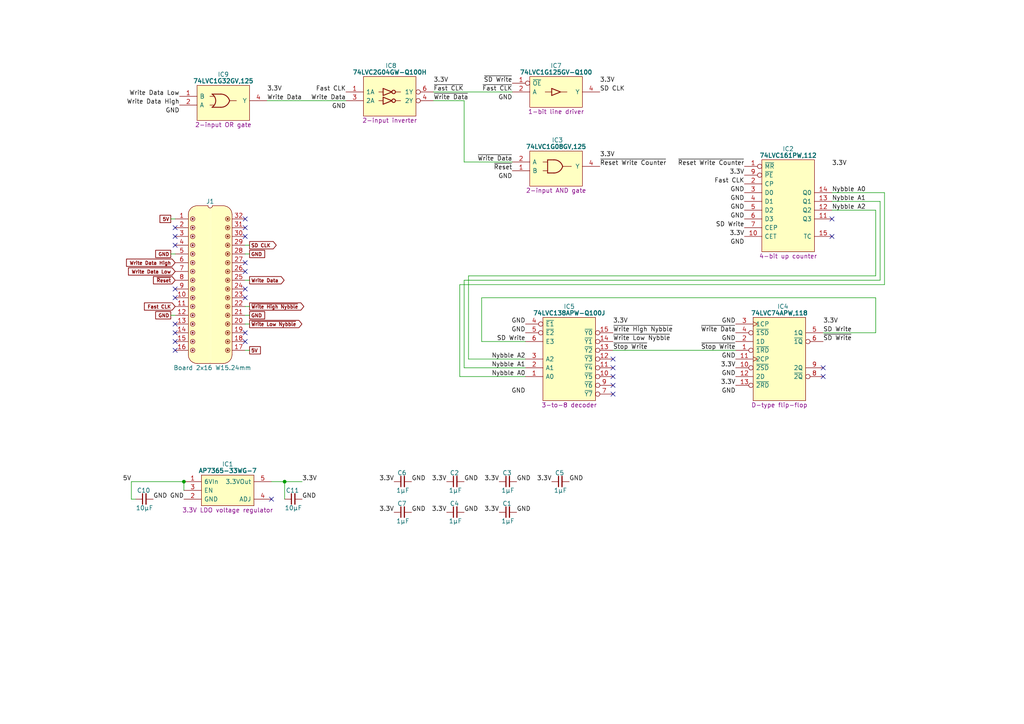
<source format=kicad_sch>
(kicad_sch (version 20250114) (generator "eeschema") (generator_version "9.0")
  (paper "A4")
  (title_block (title "SD Card Write Signals") (date "2024-07-04") (rev "V0"))
  (lib_symbols
    (symbol "Diodes_Inc:AP7365-33WG-7" (pin_names (offset 0.762))
      (property "Reference" "IC" (at 12.7 5.08 0))
      (property "Value" "AP7365-33WG-7" (at 12.7 3.175 0))
      (property "Description" "3.3V LDO voltage regulator" (at 12.7 -8.255 0))
      (symbol "AP7365-33WG-7_0_0"
        (pin input line (at 0 -2.54 0) (length 5.08) (name "EN") (number "3"))
        (pin passive line (at 0 -5.08 0) (length 5.08) (name "GND") (number "2"))
        (pin passive line (at 25.4 -5.08 180) (length 5.08) (name "ADJ") (number "4"))
      )
      (symbol "AP7365-33WG-7_0_1"
        (polyline (pts (xy 5.08 1.905) (xy 20.32 1.905) (xy 20.32 -6.985) (xy 5.08 -6.985) (xy 5.08 1.905)) (fill (type background)))
      )
      (symbol "AP7365-33WG-7_1_0"
        (pin passive line (at 0 0 0) (length 5.08) (name "6VIn") (number "1"))
        (pin passive line (at 25.4 0 180) (length 5.08) (name "3.3VOut") (number "5"))
      )
    )
    (symbol "HCP65:Board_02x16_W15.24mm" (pin_names (offset 1.016) (hide yes))
      (property "Reference" "J" (at 0 5.08 0))
      (property "Value" "Board 2x16 W15.24mm" (at 0.635 -43.18 0))
      (symbol "Board_02x16_W15.24mm_0_1"
        (polyline (pts (xy -6.35 1.27) (xy -6.35 -39.37)))
        (arc (start -3.8102 -41.9098) (mid -5.6063 -41.1659) (end -6.3502 -39.3698))
        (arc (start -6.35 1.27) (mid -5.6061 3.0661) (end -3.81 3.81))
        (polyline (pts (xy -3.81 3.81) (xy -0.635 3.81)))
        (arc (start 0.635 3.81) (mid 0 3.175) (end -0.635 3.81))
        (polyline (pts (xy 0.635 3.81) (xy 3.81 3.81)))
        (polyline (pts (xy 3.8098 -41.9098) (xy -3.81 -41.91)))
        (arc (start 3.81 3.81) (mid 5.6061 3.0661) (end 6.35 1.27))
        (arc (start 6.3498 -39.3698) (mid 5.6059 -41.1659) (end 3.8098 -41.9098))
        (polyline (pts (xy 6.35 -39.37) (xy 6.35 1.27)))
      )
      (symbol "Board_02x16_W15.24mm_1_1"
        (polyline (pts (xy -6.35 1.27) (xy -6.096 2.286) (xy -5.588 3.048) (xy -4.826 3.556) (xy -4.064 3.81) (xy -0.762 3.81) (xy -0.508 3.302) (xy 0 3.048) (xy 0 -41.91) (xy -3.81 -41.91) (xy -4.826 -41.656) (xy -5.588 -41.148) (xy -6.096 -40.386) (xy -6.35 -39.37) (xy -6.35 1.27)) (stroke (width -0.0001)) (fill (type background)))
        (circle (center -5.08 0) (radius 0.0001) (stroke (width 0.3)))
        (circle (center -5.08 0) (radius 0.635) (fill (type color) (color 255 255 255 1)))
        (circle (center -5.08 -2.54) (radius 0.0001) (stroke (width 0.3)))
        (circle (center -5.08 -2.54) (radius 0.635) (fill (type color) (color 255 255 255 1)))
        (circle (center -5.08 -5.08) (radius 0.0001) (stroke (width 0.3)))
        (circle (center -5.08 -5.08) (radius 0.635) (fill (type color) (color 255 255 255 1)))
        (circle (center -5.08 -7.62) (radius 0.0001) (stroke (width 0.3)))
        (circle (center -5.08 -7.62) (radius 0.635) (fill (type color) (color 255 255 255 1)))
        (circle (center -5.08 -10.16) (radius 0.0001) (stroke (width 0.3)))
        (circle (center -5.08 -10.16) (radius 0.635) (fill (type color) (color 255 255 255 1)))
        (circle (center -5.08 -12.7) (radius 0.0001) (stroke (width 0.3)))
        (circle (center -5.08 -12.7) (radius 0.635) (fill (type color) (color 255 255 255 1)))
        (circle (center -5.08 -15.24) (radius 0.0001) (stroke (width 0.3)))
        (circle (center -5.08 -15.24) (radius 0.635) (fill (type color) (color 255 255 255 1)))
        (circle (center -5.08 -17.78) (radius 0.0001) (stroke (width 0.3)))
        (circle (center -5.08 -17.78) (radius 0.635) (fill (type color) (color 255 255 255 1)))
        (circle (center -5.08 -20.32) (radius 0.0001) (stroke (width 0.3)))
        (circle (center -5.08 -20.32) (radius 0.635) (fill (type color) (color 255 255 255 1)))
        (circle (center -5.08 -22.86) (radius 0.0001) (stroke (width 0.3)))
        (circle (center -5.08 -22.86) (radius 0.635) (fill (type color) (color 255 255 255 1)))
        (circle (center -5.08 -25.4) (radius 0.0001) (stroke (width 0.3)))
        (circle (center -5.08 -25.4) (radius 0.635) (fill (type color) (color 255 255 255 1)))
        (circle (center -5.08 -27.94) (radius 0.0001) (stroke (width 0.3)))
        (circle (center -5.08 -27.94) (radius 0.635) (fill (type color) (color 255 255 255 1)))
        (circle (center -5.08 -30.48) (radius 0.0001) (stroke (width 0.3)))
        (circle (center -5.08 -30.48) (radius 0.635) (fill (type color) (color 255 255 255 1)))
        (circle (center -5.08 -33.02) (radius 0.0001) (stroke (width 0.3)))
        (circle (center -5.08 -33.02) (radius 0.635) (fill (type color) (color 255 255 255 1)))
        (circle (center -5.08 -35.56) (radius 0.0001) (stroke (width 0.3)))
        (circle (center -5.08 -35.56) (radius 0.635) (fill (type color) (color 255 255 255 1)))
        (circle (center -5.08 -38.1) (radius 0.0001) (stroke (width 0.3)))
        (circle (center -5.08 -38.1) (radius 0.635) (fill (type color) (color 255 255 255 1)))
        (circle (center 5.08 0) (radius 0.0001) (stroke (width 0.3)))
        (circle (center 5.08 0) (radius 0.635) (fill (type color) (color 255 255 255 1)))
        (circle (center 5.08 -2.54) (radius 0.0001) (stroke (width 0.3)))
        (circle (center 5.08 -2.54) (radius 0.635) (fill (type color) (color 255 255 255 1)))
        (circle (center 5.08 -5.08) (radius 0.0001) (stroke (width 0.3)))
        (circle (center 5.08 -5.08) (radius 0.635) (fill (type color) (color 255 255 255 1)))
        (circle (center 5.08 -7.62) (radius 0.0001) (stroke (width 0.3)))
        (circle (center 5.08 -7.62) (radius 0.635) (fill (type color) (color 255 255 255 1)))
        (circle (center 5.08 -10.16) (radius 0.0001) (stroke (width 0.3)))
        (circle (center 5.08 -10.16) (radius 0.635) (fill (type color) (color 255 255 255 1)))
        (circle (center 5.08 -12.7) (radius 0.0001) (stroke (width 0.3)))
        (circle (center 5.08 -12.7) (radius 0.635) (fill (type color) (color 255 255 255 1)))
        (circle (center 5.08 -15.24) (radius 0.0001) (stroke (width 0.3)))
        (circle (center 5.08 -15.24) (radius 0.635) (fill (type color) (color 255 255 255 1)))
        (circle (center 5.08 -17.78) (radius 0.0001) (stroke (width 0.3)))
        (circle (center 5.08 -17.78) (radius 0.635) (fill (type color) (color 255 255 255 1)))
        (circle (center 5.08 -20.32) (radius 0.0001) (stroke (width 0.3)))
        (circle (center 5.08 -20.32) (radius 0.635) (fill (type color) (color 255 255 255 1)))
        (circle (center 5.08 -22.86) (radius 0.0001) (stroke (width 0.3)))
        (circle (center 5.08 -22.86) (radius 0.635) (fill (type color) (color 255 255 255 1)))
        (circle (center 5.08 -25.4) (radius 0.0001) (stroke (width 0.3)))
        (circle (center 5.08 -25.4) (radius 0.635) (fill (type color) (color 255 255 255 1)))
        (circle (center 5.08 -27.94) (radius 0.0001) (stroke (width 0.3)))
        (circle (center 5.08 -27.94) (radius 0.635) (fill (type color) (color 255 255 255 1)))
        (circle (center 5.08 -30.48) (radius 0.0001) (stroke (width 0.3)))
        (circle (center 5.08 -30.48) (radius 0.635) (fill (type color) (color 255 255 255 1)))
        (circle (center 5.08 -33.02) (radius 0.0001) (stroke (width 0.3)))
        (circle (center 5.08 -33.02) (radius 0.635) (fill (type color) (color 255 255 255 1)))
        (circle (center 5.08 -35.56) (radius 0.0001) (stroke (width 0.3)))
        (circle (center 5.08 -35.56) (radius 0.635) (fill (type color) (color 255 255 255 1)))
        (circle (center 5.08 -38.1) (radius 0.0001) (stroke (width 0.3)))
        (circle (center 5.08 -38.1) (radius 0.635) (fill (type color) (color 255 255 255 1)))
        (polyline (pts (xy 6.35 1.27) (xy 6.096 2.286) (xy 5.588 3.048) (xy 4.826 3.556) (xy 4.064 3.81) (xy 0.762 3.81) (xy 0.508 3.302) (xy 0 3.048) (xy 0 -41.91) (xy 3.81 -41.91) (xy 4.826 -41.656) (xy 5.588 -41.148) (xy 6.096 -40.386) (xy 6.35 -39.37) (xy 6.35 1.27)) (stroke (width -0.0001)) (fill (type background)))
        (pin passive line (at -10.16 0 0) (length 3.81) (name "") (number "1"))
        (pin passive line (at -10.16 -2.54 0) (length 3.81) (name "") (number "2"))
        (pin passive line (at -10.16 -5.08 0) (length 3.81) (name "") (number "3"))
        (pin passive line (at -10.16 -7.62 0) (length 3.81) (name "") (number "4"))
        (pin passive line (at -10.16 -10.16 0) (length 3.81) (name "") (number "5"))
        (pin passive line (at -10.16 -12.7 0) (length 3.81) (name "") (number "6"))
        (pin passive line (at -10.16 -15.24 0) (length 3.81) (name "") (number "7"))
        (pin passive line (at -10.16 -17.78 0) (length 3.81) (name "") (number "8"))
        (pin passive line (at -10.16 -20.32 0) (length 3.81) (name "") (number "9"))
        (pin passive line (at -10.16 -22.86 0) (length 3.81) (name "") (number "10"))
        (pin passive line (at -10.16 -25.4 0) (length 3.81) (name "") (number "11"))
        (pin passive line (at -10.16 -27.94 0) (length 3.81) (name "") (number "12"))
        (pin passive line (at -10.16 -30.48 0) (length 3.81) (name "") (number "13"))
        (pin passive line (at -10.16 -33.02 0) (length 3.81) (name "") (number "14"))
        (pin passive line (at -10.16 -35.56 0) (length 3.81) (name "") (number "15"))
        (pin passive line (at -10.16 -38.1 0) (length 3.81) (name "") (number "16"))
        (pin passive line (at 10.16 0 180) (length 3.81) (name "") (number "32"))
        (pin passive line (at 10.16 -2.54 180) (length 3.81) (name "") (number "31"))
        (pin passive line (at 10.16 -5.08 180) (length 3.81) (name "") (number "30"))
        (pin passive line (at 10.16 -7.62 180) (length 3.81) (name "") (number "29"))
        (pin passive line (at 10.16 -10.16 180) (length 3.81) (name "") (number "28"))
        (pin passive line (at 10.16 -12.7 180) (length 3.81) (name "") (number "27"))
        (pin passive line (at 10.16 -15.24 180) (length 3.81) (name "") (number "26"))
        (pin passive line (at 10.16 -17.78 180) (length 3.81) (name "") (number "25"))
        (pin passive line (at 10.16 -20.32 180) (length 3.81) (name "") (number "24"))
        (pin passive line (at 10.16 -22.86 180) (length 3.81) (name "") (number "23"))
        (pin passive line (at 10.16 -25.4 180) (length 3.81) (name "") (number "22"))
        (pin passive line (at 10.16 -27.94 180) (length 3.81) (name "") (number "21"))
        (pin passive line (at 10.16 -30.48 180) (length 3.81) (name "") (number "20"))
        (pin passive line (at 10.16 -33.02 180) (length 3.81) (name "") (number "19"))
        (pin passive line (at 10.16 -35.56 180) (length 3.81) (name "") (number "18"))
        (pin passive line (at 10.16 -38.1 180) (length 3.81) (name "") (number "17"))
      )
    )
    (symbol "HCP65:C_0805" (pin_numbers (hide yes)) (pin_names (offset 0.254) (hide yes))
      (property "Reference" "C" (at 2.286 2.54 0))
      (property "Value" "?μF" (at 2.54 -2.54 0))
      (symbol "C_0805_0_1"
        (polyline (pts (xy 1.9685 -1.4605) (xy 1.9685 1.5875)) (stroke (width 0.3048)))
        (polyline (pts (xy 2.9845 -1.4605) (xy 2.9845 1.5875)) (stroke (width 0.3302)))
      )
      (symbol "C_0805_1_1"
        (pin passive line (at 0 0 0) (length 2.032) (name "~") (number "1"))
        (pin passive line (at 5.08 0 180) (length 2.032) (name "~") (number "2"))
      )
    )
    (symbol "Nexperia:74LVC138APW-Q100J" (pin_names (offset 0.762))
      (property "Reference" "IC" (at 12.7 3.175 0))
      (property "Value" "74LVC138APW-Q100J" (at 12.7 1.27 0))
      (property "Description" "3-to-8 decoder" (at 12.7 -25.4 0))
      (symbol "74LVC138APW-Q100J_0_0"
        (pin input line (at 0 -6.985 0) (length 5.08) (name "E3") (number "6"))
        (pin input line (at 0 -12.065 0) (length 5.08) (name "A2") (number "3"))
        (pin input line (at 0 -14.605 0) (length 5.08) (name "A1") (number "2"))
        (pin input line (at 0 -17.145 0) (length 5.08) (name "A0") (number "1"))
        (pin passive line (at 0 -22.225 0) (length 5.08) (hide yes) (name "GND") (number "8"))
        (pin passive line (at 25.4 -1.905 180) (length 5.08) (hide yes) (name "3V") (number "16"))
        (pin output inverted (at 25.4 -4.445 180) (length 5.08) (name "~{Y0}") (number "15"))
        (pin output inverted (at 25.4 -6.985 180) (length 5.08) (name "~{Y1}") (number "14"))
        (pin output inverted (at 25.4 -9.525 180) (length 5.08) (name "~{Y2}") (number "13"))
        (pin output inverted (at 25.4 -12.065 180) (length 5.08) (name "~{Y3}") (number "12"))
        (pin output inverted (at 25.4 -14.605 180) (length 5.08) (name "~{Y4}") (number "11"))
        (pin output inverted (at 25.4 -17.145 180) (length 5.08) (name "~{Y5}") (number "10"))
        (pin output inverted (at 25.4 -19.685 180) (length 5.08) (name "~{Y6}") (number "9"))
        (pin output inverted (at 25.4 -22.225 180) (length 5.08) (name "~{Y7}") (number "7"))
      )
      (symbol "74LVC138APW-Q100J_0_1"
        (polyline (pts (xy 5.08 0) (xy 20.32 0) (xy 20.32 -24.13) (xy 5.08 -24.13) (xy 5.08 0)) (stroke (width 0.1524)) (fill (type background)))
      )
      (symbol "74LVC138APW-Q100J_1_0"
        (pin input inverted (at 0 -1.905 0) (length 5.08) (name "~{E1}") (number "4"))
        (pin input inverted (at 0 -4.445 0) (length 5.08) (name "~{E2}") (number "5"))
      )
    )
    (symbol "Nexperia:74LVC161PW,112" (pin_names (offset 0.762))
      (property "Reference" "IC" (at 12.7 5.08 0))
      (property "Value" "74LVC161PW,112" (at 12.7 3.175 0))
      (property "Description" "4-bit up counter" (at 12.7 -26.035 0))
      (symbol "74LVC161PW,112_0_0"
        (pin input inverted (at 0 0 0) (length 5.08) (name "~{MR}") (number "1"))
        (pin input inverted (at 0 -2.54 0) (length 5.08) (name "~{PE}") (number "9"))
        (pin input line (at 0 -5.08 0) (length 5.08) (name "CP") (number "2"))
        (pin input line (at 0 -7.62 0) (length 5.08) (name "D0") (number "3"))
        (pin input line (at 0 -10.16 0) (length 5.08) (name "D1") (number "4"))
        (pin input line (at 0 -12.7 0) (length 5.08) (name "D2") (number "5"))
        (pin input line (at 0 -15.24 0) (length 5.08) (name "D3") (number "6"))
        (pin input line (at 0 -17.78 0) (length 5.08) (name "CEP") (number "7"))
        (pin input line (at 0 -20.32 0) (length 5.08) (name "CET") (number "10"))
        (pin passive line (at 0 -22.86 0) (length 5.08) (hide yes) (name "GND") (number "8"))
        (pin passive line (at 25.4 0 180) (length 5.08) (hide yes) (name "3V") (number "16"))
        (pin output line (at 25.4 -7.62 180) (length 5.08) (name "Q0") (number "14"))
        (pin output line (at 25.4 -10.16 180) (length 5.08) (name "Q1") (number "13"))
        (pin output line (at 25.4 -12.7 180) (length 5.08) (name "Q2") (number "12"))
        (pin output line (at 25.4 -15.24 180) (length 5.08) (name "Q3") (number "11"))
        (pin output line (at 25.4 -20.32 180) (length 5.08) (name "TC") (number "15"))
      )
      (symbol "74LVC161PW,112_0_1"
        (polyline (pts (xy 5.08 1.905) (xy 20.32 1.905) (xy 20.32 -24.765) (xy 5.08 -24.765) (xy 5.08 1.905)) (stroke (width 0.1524)) (fill (type background)))
      )
    )
    (symbol "Nexperia:74LVC1G08GV,125" (pin_names (offset 0.762))
      (property "Reference" "IC" (at 11.43 6.35 0))
      (property "Value" "74LVC1G08GV,125" (at 12.7 4.445 0))
      (property "Description" "2-input AND gate" (at 12.7 -8.255 0))
      (symbol "74LVC1G08GV,125_0_0"
        (pin input line (at 0 0 0) (length 5.08) (name "A") (number "2"))
        (pin input line (at 0 -2.54 0) (length 5.08) (name "B") (number "1"))
        (pin passive line (at 0 -5.08 0) (length 5.08) (hide yes) (name "GND") (number "3"))
        (pin passive line (at 25.4 1.27 180) (length 5.08) (hide yes) (name "3V") (number "5"))
        (pin output line (at 25.4 -1.27 180) (length 5.08) (name "Y") (number "4"))
      )
      (symbol "74LVC1G08GV,125_0_1"
        (polyline (pts (xy 5.08 3.175) (xy 20.32 3.175) (xy 20.32 -6.985) (xy 5.08 -6.985) (xy 5.08 3.175)) (stroke (width 0.1524)) (fill (type background)))
        (polyline (pts (xy 8.89 0) (xy 10.1599 0)))
        (polyline (pts (xy 8.89 -2.54) (xy 10.1599 -2.54)))
        (polyline (pts (xy 10.248 0.635) (xy 10.248 -3.175)) (stroke (width 0.254)) (fill (type background)))
        (polyline (pts (xy 12.065 0.635) (xy 10.248 0.635)) (stroke (width 0.254)) (fill (type background)))
        (polyline (pts (xy 12.065 -3.175) (xy 10.248 -3.175)) (stroke (width 0.254)) (fill (type background)))
        (arc (start 14.605 -1.27) (mid 13.6635 -2.6605) (end 12.065 -3.175) (stroke (width 0.254)))
        (arc (start 12.065 0.635) (mid 13.6649 0.1222) (end 14.605 -1.27) (stroke (width 0.254)))
        (polyline (pts (xy 14.605 -1.27) (xy 17.145 -1.27)))
      )
    )
    (symbol "Nexperia:74LVC1G125GV-Q100" (pin_names (offset 0.762))
      (property "Reference" "IC" (at 12.7 5.08 0))
      (property "Value" "74LVC1G125GV-Q100" (at 12.7 3.175 0))
      (property "Description" "1-bit line driver" (at 12.7 -8.255 0))
      (symbol "74LVC1G125GV-Q100_0_0"
        (pin input inverted (at 0 0 0) (length 5.08) (name "~{OE}") (number "1"))
        (pin input line (at 0 -2.54 0) (length 5.08) (name "A") (number "2"))
        (pin passive line (at 0 -5.08 0) (length 5.08) (hide yes) (name "GND") (number "3"))
        (pin passive line (at 25.4 0 180) (length 5.08) (hide yes) (name "3V") (number "5"))
        (pin tri_state line (at 25.4 -2.54 180) (length 5.08) (name "Y") (number "4"))
      )
      (symbol "74LVC1G125GV-Q100_0_1"
        (polyline (pts (xy 5.08 1.905) (xy 20.32 1.905) (xy 20.32 -6.985) (xy 5.08 -6.985) (xy 5.08 1.905)) (stroke (width 0.1524)) (fill (type background)))
        (polyline (pts (xy 9.525 -2.54) (xy 11.43 -2.54)))
        (rectangle (start 11.43 -1.524) (end 11.43 -3.556) (stroke (width 0.254)) (fill (type background)))
        (polyline (pts (xy 11.43 -3.556) (xy 13.97 -2.54) (xy 11.43 -1.524)) (stroke (width 0.254)))
        (polyline (pts (xy 13.97 -2.54) (xy 15.875 -2.54)))
      )
    )
    (symbol "Nexperia:74LVC1G32GV,125" (pin_names (offset 0.762))
      (property "Reference" "IC" (at 12.7 6.35 0))
      (property "Value" "74LVC1G32GV,125" (at 12.7 4.445 0))
      (property "Description" "2-input OR gate" (at 12.7 -8.255 0))
      (symbol "74LVC1G32GV,125_0_0"
        (pin input line (at 0 0 0) (length 5.08) (name "B") (number "1"))
        (pin input line (at 0 -2.54 0) (length 5.08) (name "A") (number "2"))
        (pin passive line (at 0 -5.08 0) (length 5.08) (hide yes) (name "GND") (number "3"))
        (pin passive line (at 25.4 1.27 180) (length 5.08) (hide yes) (name "3V") (number "5"))
        (pin output line (at 25.4 -1.27 180) (length 5.08) (name "Y") (number "4"))
      )
      (symbol "74LVC1G32GV,125_0_1"
        (polyline (pts (xy 5.08 3.175) (xy 20.32 3.175) (xy 20.32 -6.985) (xy 5.08 -6.985) (xy 5.08 3.175)) (stroke (width 0.1524)) (fill (type background)))
        (arc (start 9.437 0.635) (mid 10.4969 -1.27) (end 9.437 -3.175) (stroke (width 0.254)))
        (polyline (pts (xy 8.802 0) (xy 10.0719 0)))
        (polyline (pts (xy 8.802 -2.54) (xy 10.0719 -2.54)))
        (polyline (pts (xy 11.977 0.635) (xy 9.437 0.635)) (stroke (width 0.254)) (fill (type background)))
        (polyline (pts (xy 11.977 -3.175) (xy 9.437 -3.175)) (stroke (width 0.254)) (fill (type background)))
        (arc (start 14.517 -1.27) (mid 13.5755 -2.6605) (end 11.977 -3.175) (stroke (width 0.254)))
        (arc (start 11.977 0.635) (mid 13.576 0.1212) (end 14.517 -1.27) (stroke (width 0.254)))
        (polyline (pts (xy 14.605 -1.27) (xy 16.51 -1.27)))
      )
    )
    (symbol "Nexperia:74LVC2G04GW-Q100H" (pin_names (offset 0.762))
      (property "Reference" "IC" (at 11.43 7.62 0))
      (property "Value" "74LVC2G04GW-Q100H" (at 12.7 5.715 0))
      (property "Description" "2-input inverter" (at 12.7 -8.255 0))
      (symbol "74LVC2G04GW-Q100H_0_0"
        (pin input line (at 0 0 0) (length 5.08) (name "1A") (number "1"))
        (pin input line (at 0 -2.54 0) (length 5.08) (name "2A") (number "3"))
        (pin passive line (at 0 -5.08 0) (length 5.08) (hide yes) (name "GND") (number "2"))
        (pin passive line (at 25.4 2.54 180) (length 5.08) (hide yes) (name "3V") (number "5"))
        (pin output inverted (at 25.4 0 180) (length 5.08) (name "1Y") (number "6"))
        (pin output inverted (at 25.4 -2.54 180) (length 5.08) (name "2Y") (number "4"))
      )
      (symbol "74LVC2G04GW-Q100H_0_1"
        (polyline (pts (xy 5.08 4.445) (xy 20.32 4.445) (xy 20.32 -6.985) (xy 5.08 -6.985) (xy 5.08 4.445)) (stroke (width 0.1524)) (fill (type background)))
        (polyline (pts (xy 9.525 0) (xy 10.7949 0)))
        (polyline (pts (xy 9.525 -2.54) (xy 10.7949 -2.54)))
        (rectangle (start 10.795 1.016) (end 10.795 -1.016) (stroke (width 0.254)) (fill (type background)))
        (polyline (pts (xy 10.795 -1.016) (xy 13.335 0) (xy 10.795 1.016)) (stroke (width 0.254)))
        (rectangle (start 10.795 -1.524) (end 10.795 -3.556) (stroke (width 0.254)) (fill (type background)))
        (polyline (pts (xy 10.795 -3.556) (xy 13.335 -2.54) (xy 10.795 -1.524)) (stroke (width 0.254)))
        (circle (center 13.843 0) (radius 0.508) (stroke (width 0.254)))
        (circle (center 13.843 -2.54) (radius 0.508) (stroke (width 0.254)))
        (polyline (pts (xy 14.351 0) (xy 15.875 0)))
        (polyline (pts (xy 14.351 -2.54) (xy 15.875 -2.54)))
      )
    )
    (symbol "Nexperia:74LVC74APW,118" (pin_names (offset 0.762))
      (property "Reference" "IC" (at 12.065 5.08 0))
      (property "Value" "74LVC74APW,118" (at 12.7 3.175 0))
      (property "Description" "D-type flip-flop" (at 12.7 -23.495 0))
      (symbol "74LVC74APW,118_0_0"
        (pin input clock (at 0 0 0) (length 5.08) (name "1CP") (number "3"))
        (pin input inverted (at 0 -2.54 0) (length 5.08) (name "~{1SD}") (number "4"))
        (pin input line (at 0 -5.08 0) (length 5.08) (name "1D") (number "2"))
        (pin input inverted (at 0 -7.62 0) (length 5.08) (name "~{1RD}") (number "1"))
        (pin input clock (at 0 -10.16 0) (length 5.08) (name "2CP") (number "11"))
        (pin input inverted (at 0 -12.7 0) (length 5.08) (name "~{2SD}") (number "10"))
        (pin input line (at 0 -15.24 0) (length 5.08) (name "2D") (number "12"))
        (pin input inverted (at 0 -17.78 0) (length 5.08) (name "~{2RD}") (number "13"))
        (pin passive line (at 0 -20.32 0) (length 5.08) (hide yes) (name "GND") (number "7"))
        (pin passive line (at 25.4 0 180) (length 5.08) (hide yes) (name "3V") (number "14"))
        (pin output line (at 25.4 -2.54 180) (length 5.08) (name "1Q") (number "5"))
        (pin output inverted (at 25.4 -5.08 180) (length 5.08) (name "~{1Q}") (number "6"))
        (pin output line (at 25.4 -12.7 180) (length 5.08) (name "2Q") (number "9"))
        (pin output inverted (at 25.4 -15.24 180) (length 5.08) (name "~{2Q}") (number "8"))
      )
      (symbol "74LVC74APW,118_0_1"
        (polyline (pts (xy 5.08 1.905) (xy 20.32 1.905) (xy 20.32 -22.225) (xy 5.08 -22.225) (xy 5.08 1.905)) (stroke (width 0.1524)) (fill (type background)))
      )
    )
  )
  (junction (at 53.34 139.7))
  (junction (at 82.55 139.7))
  (no_connect (at 238.76 109.22))
  (no_connect (at 50.8 71.12))
  (no_connect (at 71.12 96.52))
  (no_connect (at 177.8 111.76))
  (no_connect (at 50.8 96.52))
  (no_connect (at 177.8 114.3))
  (no_connect (at 50.8 83.82))
  (no_connect (at 50.8 99.06))
  (no_connect (at 78.74 144.78))
  (no_connect (at 50.8 86.36))
  (no_connect (at 50.8 68.58))
  (no_connect (at 177.8 106.68))
  (no_connect (at 50.8 101.6))
  (no_connect (at 241.3 63.5))
  (no_connect (at 71.12 86.36))
  (no_connect (at 71.12 68.58))
  (no_connect (at 71.12 66.04))
  (no_connect (at 71.12 99.06))
  (no_connect (at 71.12 76.2))
  (no_connect (at 177.8 104.14))
  (no_connect (at 50.8 93.98))
  (no_connect (at 241.3 68.58))
  (no_connect (at 71.12 78.74))
  (no_connect (at 50.8 66.04))
  (no_connect (at 71.12 63.5))
  (no_connect (at 177.8 109.22))
  (no_connect (at 71.12 83.82))
  (no_connect (at 238.76 106.68))
  (wire (pts (xy 125.73 29.21) (xy 134.62 29.21)))
  (wire (pts (xy 71.12 73.66) (xy 72.39 73.66)))
  (wire (pts (xy 255.27 81.28) (xy 134.62 81.28)))
  (wire (pts (xy 82.55 144.78) (xy 82.55 139.7)))
  (wire (pts (xy 72.39 93.98) (xy 71.12 93.98)))
  (wire (pts (xy 139.7 99.06) (xy 152.4 99.06)))
  (wire (pts (xy 241.3 55.88) (xy 256.54 55.88)))
  (wire (pts (xy 38.1 139.7) (xy 53.34 139.7)))
  (wire (pts (xy 134.62 81.28) (xy 134.62 106.68)))
  (wire (pts (xy 241.3 60.96) (xy 254 60.96)))
  (wire (pts (xy 72.39 88.9) (xy 71.12 88.9)))
  (wire (pts (xy 53.34 139.7) (xy 53.34 142.24)))
  (wire (pts (xy 71.12 101.6) (xy 72.39 101.6)))
  (wire (pts (xy 49.53 73.66) (xy 50.8 73.66)))
  (wire (pts (xy 133.35 82.55) (xy 133.35 109.22)))
  (wire (pts (xy 254 96.52) (xy 254 86.36)))
  (wire (pts (xy 238.76 96.52) (xy 254 96.52)))
  (wire (pts (xy 72.39 71.12) (xy 71.12 71.12)))
  (wire (pts (xy 134.62 106.68) (xy 152.4 106.68)))
  (wire (pts (xy 256.54 82.55) (xy 133.35 82.55)))
  (wire (pts (xy 77.47 29.21) (xy 100.33 29.21)))
  (wire (pts (xy 254 86.36) (xy 139.7 86.36)))
  (wire (pts (xy 78.74 139.7) (xy 82.55 139.7)))
  (wire (pts (xy 133.35 109.22) (xy 152.4 109.22)))
  (wire (pts (xy 254 60.96) (xy 254 80.01)))
  (wire (pts (xy 72.39 81.28) (xy 71.12 81.28)))
  (wire (pts (xy 135.89 80.01) (xy 135.89 104.14)))
  (wire (pts (xy 71.12 91.44) (xy 72.39 91.44)))
  (wire (pts (xy 38.1 139.7) (xy 38.1 144.78)))
  (wire (pts (xy 254 80.01) (xy 135.89 80.01)))
  (wire (pts (xy 139.7 86.36) (xy 139.7 99.06)))
  (wire (pts (xy 134.62 29.21) (xy 134.62 46.99)))
  (wire (pts (xy 49.53 91.44) (xy 50.8 91.44)))
  (wire (pts (xy 135.89 104.14) (xy 152.4 104.14)))
  (wire (pts (xy 241.3 58.42) (xy 255.27 58.42)))
  (wire (pts (xy 255.27 58.42) (xy 255.27 81.28)))
  (wire (pts (xy 49.53 63.5) (xy 50.8 63.5)))
  (wire (pts (xy 38.1 144.78) (xy 39.37 144.78)))
  (wire (pts (xy 134.62 46.99) (xy 148.59 46.99)))
  (wire (pts (xy 125.73 26.67) (xy 148.59 26.67)))
  (wire (pts (xy 177.8 101.6) (xy 213.36 101.6)))
  (wire (pts (xy 256.54 55.88) (xy 256.54 82.55)))
  (wire (pts (xy 82.55 139.7) (xy 87.63 139.7)))
  (label "3.3V" (at 215.9 50.8 180))
  (label "Write Data" (at 100.33 29.21 180))
  (label "3.3V" (at 241.3 48.26 0))
  (label "~{Write Data}" (at 213.36 96.52 180))
  (label "3.3V" (at 173.99 45.72 0))
  (label "GND" (at 215.9 63.5 180))
  (label "GND" (at 149.86 148.59 0))
  (label "~{Fast CLK}" (at 148.59 26.67 180))
  (label "~{Stop Write}" (at 177.8 101.6 0))
  (label "3.3V" (at 238.76 93.98 0))
  (label "3.3V" (at 129.54 148.59 180))
  (label "Nybble A0" (at 241.3 55.88 0))
  (label "GND" (at 87.63 144.78 0))
  (label "GND" (at 119.38 139.7 0))
  (label "GND" (at 215.9 55.88 180))
  (label "~{Write Low Nybble}" (at 177.8 99.06 0))
  (label "GND" (at 152.4 93.98 180))
  (label "GND" (at 215.9 71.12 180))
  (label "GND" (at 52.07 33.02 180))
  (label "GND" (at 119.38 148.59 0))
  (label "GND" (at 213.36 104.14 180))
  (label "GND" (at 215.9 60.96 180))
  (label "GND" (at 44.45 144.78 0))
  (label "5V" (at 38.1 139.7 180))
  (label "SD Write" (at 152.4 99.06 180))
  (label "3.3V" (at 173.99 24.13 0))
  (label "~{SD Write}" (at 238.76 99.06 0))
  (label "~{Fast CLK}" (at 125.73 26.67 0))
  (label "3.3V" (at 213.36 106.68 180))
  (label "GND" (at 53.34 144.78 180))
  (label "~{Write High Nybble}" (at 177.8 96.52 0))
  (label "Fast CLK" (at 215.9 53.34 180))
  (label "GND" (at 213.36 99.06 180))
  (label "3.3V" (at 77.47 26.67 0))
  (label "SD Write" (at 238.76 96.52 0))
  (label "3.3V" (at 177.8 93.98 0))
  (label "GND" (at 148.59 52.07 180))
  (label "Nybble A0" (at 152.4 109.22 180))
  (label "GND" (at 213.36 114.3 180))
  (label "3.3V" (at 213.36 111.76 180))
  (label "Write Data High" (at 52.07 30.48 180))
  (label "3.3V" (at 144.78 139.7 180))
  (label "GND" (at 213.36 93.98 180))
  (label "GND" (at 148.59 29.21 180))
  (label "Nybble A1" (at 152.4 106.68 180))
  (label "3.3V" (at 144.78 148.59 180))
  (label "3.3V" (at 160.02 139.7 180))
  (label "GND" (at 152.4 96.52 180))
  (label "~{Reset Write Counter}" (at 173.99 48.26 0))
  (label "3.3V" (at 87.63 139.7 0))
  (label "Nybble A1" (at 241.3 58.42 0))
  (label "GND" (at 149.86 139.7 0))
  (label "3.3V" (at 114.3 148.59 180))
  (label "GND" (at 152.4 114.3 180))
  (label "~{Write Data}" (at 148.59 46.99 180))
  (label "Write Data" (at 77.47 29.21 0))
  (label "SD CLK" (at 173.99 26.67 0))
  (label "GND" (at 213.36 109.22 180))
  (label "~{Reset Write Counter}" (at 215.9 48.26 180))
  (label "SD Write" (at 215.9 66.04 180))
  (label "~{Reset}" (at 148.59 49.53 180))
  (label "3.3V" (at 125.73 24.13 0))
  (label "GND" (at 165.1 139.7 0))
  (label "~{Stop Write}" (at 213.36 101.6 180))
  (label "Fast CLK" (at 100.33 26.67 180))
  (label "GND" (at 100.33 31.75 180))
  (label "~{SD Write}" (at 148.59 24.13 180))
  (label "~{Write Data}" (at 125.73 29.21 0))
  (label "3.3V" (at 114.3 139.7 180))
  (label "Write Data Low" (at 52.07 27.94 180))
  (label "Nybble A2" (at 241.3 60.96 0))
  (label "3.3V" (at 129.54 139.7 180))
  (label "GND" (at 134.62 148.59 0))
  (label "Nybble A2" (at 152.4 104.14 180))
  (label "GND" (at 215.9 58.42 180))
  (label "3.3V" (at 215.9 68.58 180))
  (label "GND" (at 134.62 139.7 0))
  (global_label "GND" (shape passive) (at 72.39 73.66 0) (effects (font (size 1 1) (thickness 0.2) (bold yes))) (property "Intersheetrefs" "${INTERSHEET_REFS}" (effects (hide yes))))
  (global_label "SD CLK" (shape output) (at 72.39 71.12 0) (effects (font (size 1 1) (thickness 0.2) (bold yes))) (property "Intersheetrefs" "${INTERSHEET_REFS}" (effects (hide yes))))
  (global_label "Write Data Low" (shape input) (at 50.8 78.74 180) (effects (font (size 1 1) (thickness 0.2) (bold yes))) (property "Intersheetrefs" "${INTERSHEET_REFS}" (effects (hide yes))))
  (global_label "GND" (shape passive) (at 72.39 91.44 0) (effects (font (size 1 1) (thickness 0.2) (bold yes))) (property "Intersheetrefs" "${INTERSHEET_REFS}" (effects (hide yes))))
  (global_label "Write Data" (shape output) (at 72.39 81.28 0) (effects (font (size 1 1) (thickness 0.2) (bold yes))) (property "Intersheetrefs" "${INTERSHEET_REFS}" (effects (hide yes))))
  (global_label "~{Reset}" (shape input) (at 50.8 81.28 180) (effects (font (size 1 1) (thickness 0.2) (bold yes))) (property "Intersheetrefs" "${INTERSHEET_REFS}" (effects (hide yes))))
  (global_label "~{Write High Nybble}" (shape output) (at 72.39 88.9 0) (effects (font (size 1 1) (thickness 0.2) (bold yes))) (property "Intersheetrefs" "${INTERSHEET_REFS}" (effects (hide yes))))
  (global_label "5V" (shape passive) (at 72.39 101.6 0) (effects (font (size 1 1) (thickness 0.2) (bold yes))) (property "Intersheetrefs" "${INTERSHEET_REFS}" (effects (hide yes))))
  (global_label "Write Data High" (shape input) (at 50.8 76.2 180) (effects (font (size 1 1) (thickness 0.2) (bold yes))) (property "Intersheetrefs" "${INTERSHEET_REFS}" (effects (hide yes))))
  (global_label "GND" (shape passive) (at 49.53 73.66 180) (effects (font (size 1 1) (thickness 0.2) (bold yes))) (property "Intersheetrefs" "${INTERSHEET_REFS}" (effects (hide yes))))
  (global_label "5V" (shape passive) (at 49.53 63.5 180) (effects (font (size 1 1) (thickness 0.2) (bold yes))) (property "Intersheetrefs" "${INTERSHEET_REFS}" (effects (hide yes))))
  (global_label "Fast CLK" (shape input) (at 50.8 88.9 180) (effects (font (size 1 1) (thickness 0.2) (bold yes))) (property "Intersheetrefs" "${INTERSHEET_REFS}" (effects (hide yes))))
  (global_label "GND" (shape passive) (at 49.53 91.44 180) (effects (font (size 1 1) (thickness 0.2) (bold yes))) (property "Intersheetrefs" "${INTERSHEET_REFS}" (effects (hide yes))))
  (global_label "~{Write Low Nybble}" (shape output) (at 72.39 93.98 0) (effects (font (size 1 1) (thickness 0.2) (bold yes))) (property "Intersheetrefs" "${INTERSHEET_REFS}" (effects (hide yes))))
  (symbol (lib_id "HCP65:C_0805") (at 144.78 139.7 0) (unit 1)
    (property "Reference" "C3" (at 147.066 137.16 0))
    (property "Value" "1μF" (at 147.32 142.24 0))
    (property "Footprint" "SamacSys_Parts:C_0805" (effects (hide yes)))
  )
  (symbol (lib_id "HCP65:C_0805") (at 160.02 139.7 0) (unit 1)
    (property "Reference" "C5" (at 162.306 137.16 0))
    (property "Value" "1μF" (at 162.56 142.24 0))
    (property "Footprint" "SamacSys_Parts:C_0805" (effects (hide yes)))
  )
  (symbol (lib_id "Nexperia:74LVC1G125GV-Q100") (at 148.59 24.13 0) (unit 1)
    (property "Reference" "IC7" (at 161.29 19.05 0))
    (property "Value" "74LVC1G125GV-Q100" (at 161.29 20.955 0) (effects (font (bold yes))))
    (property "Footprint" "SamacSys_Parts:SOT95P275X110-5N" (effects (hide yes)))
    (property "Datasheet" "https://assets.nexperia.com/documents/data-sheet/74LVC1G125_Q100.pdf" (effects (hide yes)))
    (property "Description" "1-bit line driver" (at 161.29 32.385 0))
    (property "Height" "1.1" (effects (hide yes)))
    (property "Mouser Part Number" "771-74LVC1G125GVQ100" (effects (hide yes)))
    (property "Mouser Price/Stock" "https://www.mouser.co.uk/ProductDetail/Nexperia/74LVC1G125GV-Q100?qs=vnbNJPHmPnMppZZ6gawcFw%3D%3D" (effects (hide yes)))
    (property "Manufacturer_Name" "Nexperia" (effects (hide yes)))
    (property "Manufacturer_Part_Number" "74LVC1G125GV-Q100," (effects (hide yes)))
    (property "Silkscreen" "'1G125" (effects (hide yes)))
  )
  (symbol (lib_id "Nexperia:74LVC74APW,118") (at 213.36 93.98 0) (unit 1)
    (property "Reference" "IC4" (at 225.425 88.9 0) (effects (justify left)))
    (property "Value" "74LVC74APW,118" (at 226.06 90.805 0) (effects (font (bold yes))))
    (property "Footprint" "SamacSys_Parts:SOP65P640X110-14N" (effects (hide yes)))
    (property "Datasheet" "https://assets.nexperia.com/documents/data-sheet/74LVC74A.pdf" (effects (hide yes)))
    (property "Description" "D-type flip-flop" (at 226.06 117.475 0))
    (property "Height" "1.1" (effects (hide yes)))
    (property "Mouser Part Number" "771-74LVC74APW-T" (effects (hide yes)))
    (property "Mouser Price/Stock" "https://www.mouser.co.uk/ProductDetail/Nexperia/74LVC74APW118?qs=me8TqzrmIYVtXwVfet0lzw%3D%3D" (effects (hide yes)))
    (property "Manufacturer_Name" "Nexperia" (effects (hide yes)))
    (property "Manufacturer_Part_Number" "74LVC74APW,118" (effects (hide yes)))
    (property "Silkscreen" "74LVC74" (effects (hide yes)))
    (property "Garbage" "74LVC74A - Dual D-type flip-flop with set and reset; positive-edge trigger@en-us" (effects (hide yes)))
  )
  (symbol (lib_id "HCP65:Board_02x16_W15.24mm") (at 60.96 63.5 0) (unit 1)
    (property "Reference" "J1" (at 60.96 58.42 0))
    (property "Value" "Board 2x16 W15.24mm" (at 61.595 106.68 0))
    (property "Footprint" "SamacSys_Parts:DIP-32_Board_W15.24mm" (effects (hide yes)))
  )
  (symbol (lib_id "Nexperia:74LVC1G32GV,125") (at 52.07 27.94 0) (unit 1)
    (property "Reference" "IC9" (at 64.77 21.59 0))
    (property "Value" "74LVC1G32GV,125" (at 64.77 23.495 0) (effects (font (bold yes))))
    (property "Footprint" "SamacSys_Parts:SOT95P275X110-5N" (effects (hide yes)))
    (property "Datasheet" "https://assets.nexperia.com/documents/data-sheet/74LVC1G32.pdf" (effects (hide yes)))
    (property "Description" "2-input OR gate" (at 64.77 36.195 0))
    (property "Height" "1.1" (effects (hide yes)))
    (property "Manufacturer_Name" "Nexperia" (effects (hide yes)))
    (property "Manufacturer_Part_Number" "74LVC1G32GV,125" (effects (hide yes)))
    (property "Mouser Part Number" "771-LVC1G32GV125" (effects (hide yes)))
    (property "Mouser Price/Stock" "https://www.mouser.co.uk/ProductDetail/Nexperia/74LVC1G32GV125?qs=me8TqzrmIYXExQH4V9SARg%3D%3D" (effects (hide yes)))
    (property "Silkscreen" "'1G32" (effects (hide yes)))
    (property "Garbage" "NEXPERIA - 74LVC1G32GV,125 - OR GATE, SINGLE, 2 I/P, SC-74A-5" (effects (hide yes)))
  )
  (symbol (lib_id "HCP65:C_0805") (at 144.78 148.59 0) (unit 1)
    (property "Reference" "C1" (at 147.066 146.05 0))
    (property "Value" "1μF" (at 147.32 151.13 0))
    (property "Footprint" "SamacSys_Parts:C_0805" (effects (hide yes)))
  )
  (symbol (lib_id "HCP65:C_0805") (at 129.54 139.7 0) (unit 1)
    (property "Reference" "C2" (at 131.826 137.16 0))
    (property "Value" "1μF" (at 132.08 142.24 0))
    (property "Footprint" "SamacSys_Parts:C_0805" (effects (hide yes)))
  )
  (symbol (lib_id "Nexperia:74LVC1G08GV,125") (at 148.59 46.99 0) (unit 1)
    (property "Reference" "IC3" (at 160.02 40.64 0) (effects (justify left)))
    (property "Value" "74LVC1G08GV,125" (at 161.29 42.545 0) (effects (font (bold yes))))
    (property "Footprint" "SamacSys_Parts:SOT95P275X110-5N" (effects (hide yes)))
    (property "Datasheet" "https://assets.nexperia.com/documents/data-sheet/74LVC1G08.pdf" (effects (hide yes)))
    (property "Description" "2-input AND gate" (at 161.29 55.245 0))
    (property "Height" "1.1" (effects (hide yes)))
    (property "Manufacturer_Name" "Nexperia" (effects (hide yes)))
    (property "Manufacturer_Part_Number" "74LVC1G08GV,125" (effects (hide yes)))
    (property "Mouser Part Number" "771-74LVC1G08GV" (effects (hide yes)))
    (property "Mouser Price/Stock" "https://www.mouser.co.uk/ProductDetail/Nexperia/74LVC1G08GV125?qs=me8TqzrmIYXEnurJEPZc7A%3D%3D" (effects (hide yes)))
    (property "Arrow Part Number" "74LVC1G08GV,125" (effects (hide yes)))
    (property "Arrow Price/Stock" "https://www.arrow.com/en/products/74lvc1g08gv125/nexperia" (effects (hide yes)))
    (property "Silkscreen" "'1G08" (effects (hide yes)))
  )
  (symbol (lib_id "HCP65:C_0805") (at 39.37 144.78 0) (unit 1)
    (property "Reference" "C10" (at 41.656 142.24 0))
    (property "Value" "10μF" (at 41.91 147.32 0))
    (property "Footprint" "SamacSys_Parts:C_0805" (effects (hide yes)))
  )
  (symbol (lib_id "HCP65:C_0805") (at 129.54 148.59 0) (unit 1)
    (property "Reference" "C4" (at 131.826 146.05 0))
    (property "Value" "1μF" (at 132.08 151.13 0))
    (property "Footprint" "SamacSys_Parts:C_0805" (effects (hide yes)))
  )
  (symbol (lib_id "HCP65:C_0805") (at 114.3 148.59 0) (unit 1)
    (property "Reference" "C7" (at 116.586 146.05 0))
    (property "Value" "1μF" (at 116.84 151.13 0))
    (property "Footprint" "SamacSys_Parts:C_0805" (effects (hide yes)))
  )
  (symbol (lib_id "Nexperia:74LVC2G04GW-Q100H") (at 100.33 26.67 0) (unit 1)
    (property "Reference" "IC8" (at 111.76 19.05 0) (effects (justify left)))
    (property "Value" "74LVC2G04GW-Q100H" (at 113.03 20.955 0) (effects (font (bold yes))))
    (property "Footprint" "SamacSys_Parts:SOP65P210X110-6N" (effects (hide yes)))
    (property "Datasheet" "https://assets.nexperia.com/documents/data-sheet/74LVC2G04_Q100.pdf" (effects (hide yes)))
    (property "Description" "2-input inverter" (at 113.03 34.925 0))
    (property "Height" "1.1" (effects (hide yes)))
    (property "Manufacturer_Name" "Nexperia" (effects (hide yes)))
    (property "Manufacturer_Part_Number" "74LVC2G04GW-Q100H" (effects (hide yes)))
    (property "Mouser Part Number" "771-74LVC2G04GWQ100H" (effects (hide yes)))
    (property "Mouser Price/Stock" "https://www.mouser.co.uk/ProductDetail/Nexperia/74LVC2G04GW-Q100H?qs=Yna0arPQ0CQTXbBDVSrZqQ%3D%3D" (effects (hide yes)))
    (property "Silkscreen" "'2G04" (effects (hide yes)))
    (property "Garbage" "74LVC2G04-Q100 - Dual inverter@en-us" (effects (hide yes)))
  )
  (symbol (lib_id "Nexperia:74LVC138APW-Q100J") (at 152.4 92.075 0) (unit 1)
    (property "Reference" "IC5" (at 165.1 88.9 0))
    (property "Value" "74LVC138APW-Q100J" (at 165.1 90.805 0) (effects (font (bold yes))))
    (property "Footprint" "SamacSys_Parts:SOP65P640X110-16N" (effects (hide yes)))
    (property "Datasheet" "https://assets.nexperia.com/documents/data-sheet/74LVC138A_Q100.pdf" (effects (hide yes)))
    (property "Description" "3-to-8 decoder" (at 165.1 117.475 0))
    (property "Height" "1.1" (effects (hide yes)))
    (property "Mouser Part Number" "771-74LVC138APWQ100J" (effects (hide yes)))
    (property "Mouser Price/Stock" "https://www.mouser.co.uk/ProductDetail/Nexperia/74LVC138APW-Q100J?qs=fi7yB2oewZnXKE82xo%252BhJQ%3D%3D" (effects (hide yes)))
    (property "Manufacturer_Name" "Nexperia" (effects (hide yes)))
    (property "Manufacturer_Part_Number" "74LVC138APW-Q100J" (effects (hide yes)))
    (property "Silkscreen" "74LVC138" (effects (hide yes)))
  )
  (symbol (lib_id "HCP65:C_0805") (at 114.3 139.7 0) (unit 1)
    (property "Reference" "C6" (at 116.586 137.16 0))
    (property "Value" "1μF" (at 116.84 142.24 0))
    (property "Footprint" "SamacSys_Parts:C_0805" (effects (hide yes)))
  )
  (symbol (lib_id "Diodes_Inc:AP7365-33WG-7") (at 53.34 139.7 0) (unit 1)
    (property "Reference" "IC1" (at 66.04 134.62 0))
    (property "Value" "AP7365-33WG-7" (at 66.04 136.525 0) (effects (font (bold yes))))
    (property "Footprint" "SamacSys_Parts:SOT95P285X130-5N" (effects (hide yes)))
    (property "Datasheet" "https://componentsearchengine.com/Datasheets/1/AP7365-33WG-7.pdf" (effects (hide yes)))
    (property "Description" "3.3V LDO voltage regulator" (at 66.04 147.955 0))
    (property "Height" "1.3" (effects (hide yes)))
    (property "Manufacturer_Name" "Diodes Inc." (effects (hide yes)))
    (property "Manufacturer_Part_Number" "AP7365-33WG-7" (effects (hide yes)))
    (property "Mouser Part Number" "621-AP7365-33WG-7" (effects (hide yes)))
    (property "Mouser Price/Stock" "https://www.mouser.co.uk/ProductDetail/Diodes-Incorporated/AP7365-33WG-7?qs=abZ1nkZpTuOZFvxvoFPL0w%3D%3D" (effects (hide yes)))
    (property "Arrow Part Number" "AP7365-33WG-7" (effects (hide yes)))
    (property "Arrow Price/Stock" "https://www.arrow.com/en/products/ap7365-33wg-7/diodes-incorporated?region=nac" (effects (hide yes)))
    (property "Silkscreen" "AP7365" (effects (hide yes)))
  )
  (symbol (lib_id "HCP65:C_0805") (at 82.55 144.78 0) (unit 1)
    (property "Reference" "C11" (at 84.836 142.24 0))
    (property "Value" "10μF" (at 85.09 147.32 0))
    (property "Footprint" "SamacSys_Parts:C_0805" (effects (hide yes)))
  )
  (symbol (lib_id "Nexperia:74LVC161PW,112") (at 215.9 48.26 0) (unit 1)
    (property "Reference" "IC2" (at 228.6 43.18 0))
    (property "Value" "74LVC161PW,112" (at 228.6 45.085 0) (effects (font (bold yes))))
    (property "Footprint" "SamacSys_Parts:SOP65P640X110-16N" (effects (hide yes)))
    (property "Datasheet" "https://assets.nexperia.com/documents/data-sheet/74LVC161.pdf" (effects (hide yes)))
    (property "Description" "4-bit up counter" (at 228.6 74.295 0))
    (property "Height" "1.1" (effects (hide yes)))
    (property "Mouser Part Number" "771-LVC161PW112" (effects (hide yes)))
    (property "Mouser Price/Stock" "https://www.mouser.co.uk/ProductDetail/Nexperia/74LVC161PW112?qs=me8TqzrmIYXBQ64YL7POQw%3D%3D" (effects (hide yes)))
    (property "Manufacturer_Name" "Nexperia" (effects (hide yes)))
    (property "Manufacturer_Part_Number" "74LVC161PW,112" (effects (hide yes)))
    (property "Silkscreen" "74LVC161" (effects (hide yes)))
    (property "Garbage" "74LVC161 - Presettable synchronous 4-bit binary counter; asynchronous reset@en-us" (effects (hide yes)))
  )
)
</source>
